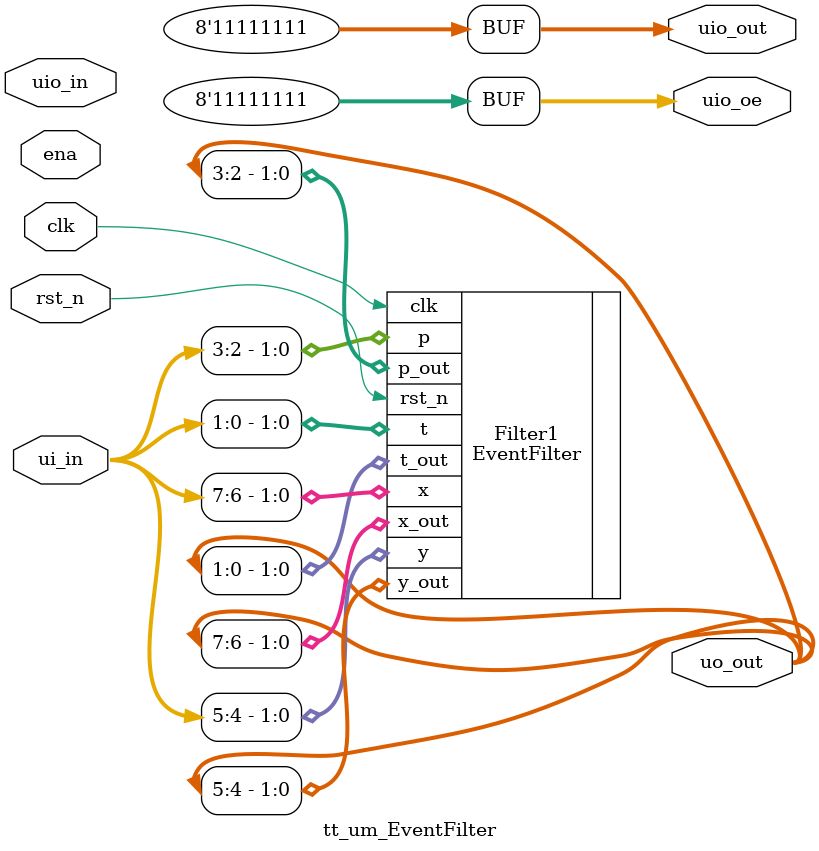
<source format=v>
`default_nettype none

module tt_um_EventFilter ( 
    input  wire [7:0] ui_in,    // Dedicated inputs - connected to the input switches
    output wire [7:0] uo_out,   // Dedicated outputs - connected to the 7 segment display
    input  wire [7:0] uio_in,   // IOs: Bidirectional Input path
    output wire [7:0] uio_out,  // IOs: Bidirectional Output path
    output wire [7:0] uio_oe,   // IOs: Bidirectional Enable path (active high: 0=input, 1=output)
    input  wire       ena,      // will go high when the design is enabled
    input  wire       clk,      // clock
    input  wire       rst_n     // reset_n - low to reset
);

    // use bidirectionals as outputs
    assign uio_oe = 8'b11111111;
    assign uio_out = 8'b11111111;

    // instantiate 
    EventFilter Filter1(.clk(clk),
                        .rst_n(rst_n),
                        .x(ui_in[7:6]),
                        .y(ui_in[5:4]),
                        .p(ui_in[3:2]),
                        .t(ui_in[1:0]),
                        .x_out(uo_out[7:6]),
                        .y_out(uo_out[5:4]),
                        .p_out(uo_out[3:2]),
                        .t_out(uo_out[1:0]));

endmodule

</source>
